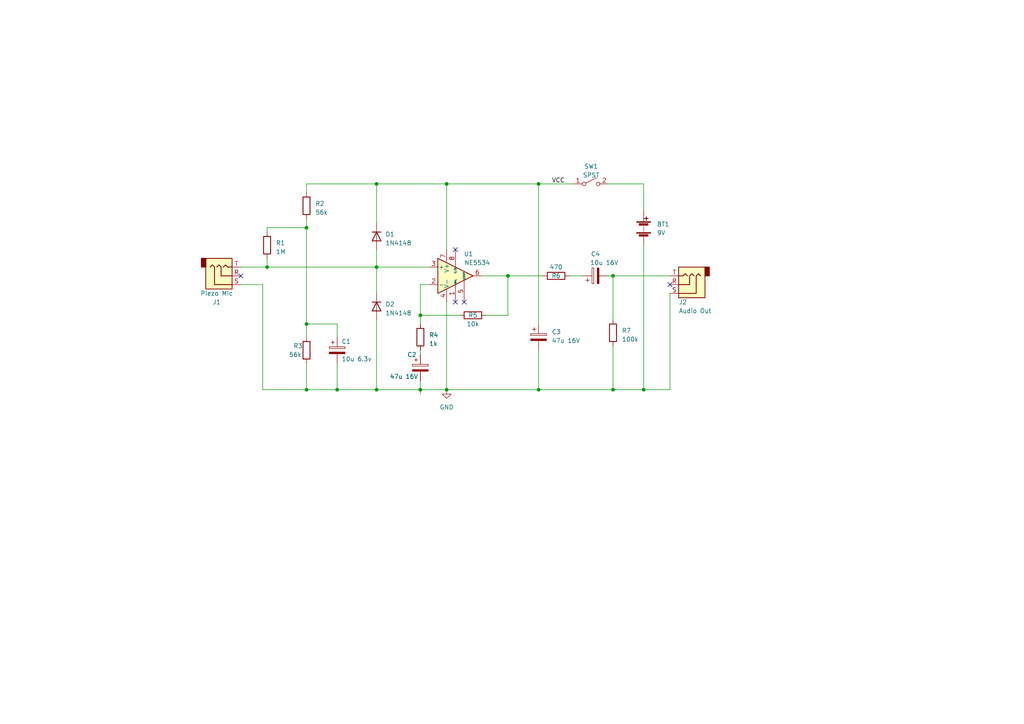
<source format=kicad_sch>
(kicad_sch (version 20230121) (generator eeschema)
  (paper "A4")
  (lib_symbols
    (symbol "Amplifier_Operational:NE5534" (pin_names (offset 0.127))
      (property "Reference" "U" (at 1.27 6.35 0))
      (property "Value" "NE5534" (at 1.27 3.81 0))
      (symbol "NE5534_0_1"
        (polyline (pts (xy -5.08 5.08) (xy 5.08 0) (xy -5.08 -5.08) (xy -5.08 5.08)) (stroke (width 0.254)) (fill (type background)))
      )
      (symbol "NE5534_1_1"
        (pin input line (at 0 -7.62 90) (length 5.08) (name "BAL") (number "1"))
        (pin input line (at -7.62 -2.54 0) (length 2.54) (name "-") (number "2"))
        (pin input line (at -7.62 2.54 0) (length 2.54) (name "+") (number "3"))
        (pin power_in line (at -2.54 -7.62 90) (length 3.81) (name "V-") (number "4"))
        (pin input line (at 2.54 -7.62 90) (length 6.35) (name "COMP") (number "5"))
        (pin output line (at 7.62 0 180) (length 2.54) (name "~") (number "6"))
        (pin power_in line (at -2.54 7.62 270) (length 3.81) (name "V+") (number "7"))
        (pin input line (at 0 7.62 270) (length 5.08) (name "C/B") (number "8"))
      )
    )
    (symbol "Connector_Audio:AudioJack3"
      (property "Reference" "J" (at 0 8.89 0))
      (property "Value" "AudioJack3" (at 0 6.35 0))
      (symbol "AudioJack3_0_1"
        (rectangle (start -5.08 -5.08) (end -6.35 -2.54) (stroke (width 0.254)) (fill (type outline)))
        (polyline (pts (xy 0 -2.54) (xy 0.635 -3.175) (xy 1.27 -2.54) (xy 2.54 -2.54)) (stroke (width 0.254)))
        (polyline (pts (xy -1.905 -2.54) (xy -1.27 -3.175) (xy -0.635 -2.54) (xy -0.635 0) (xy 2.54 0)) (stroke (width 0.254)))
        (polyline (pts (xy 2.54 2.54) (xy -2.54 2.54) (xy -2.54 -2.54) (xy -3.175 -3.175) (xy -3.81 -2.54)) (stroke (width 0.254)))
        (rectangle (start 2.54 3.81) (end -5.08 -5.08) (stroke (width 0.254)) (fill (type background)))
      )
      (symbol "AudioJack3_1_1"
        (pin passive line (at 5.08 0 180) (length 2.54) (name "~") (number "R"))
        (pin passive line (at 5.08 2.54 180) (length 2.54) (name "~") (number "S"))
        (pin passive line (at 5.08 -2.54 180) (length 2.54) (name "~") (number "T"))
      )
    )
    (symbol "Device:Battery" (pin_numbers hide) (pin_names (offset 0) hide)
      (property "Reference" "BT" (at 2.54 2.54 0))
      (property "Value" "Battery" (at 2.54 0 0))
      (symbol "Battery_0_1"
        (rectangle (start -2.032 -1.397) (end 2.032 -1.651) (fill (type outline)))
        (rectangle (start -2.032 1.778) (end 2.032 1.524) (fill (type outline)))
        (rectangle (start -1.3208 -1.9812) (end 1.27 -2.4892) (fill (type outline)))
        (rectangle (start -1.3208 1.1938) (end 1.27 0.6858) (fill (type outline)))
        (polyline (pts (xy 0 -1.524) (xy 0 -1.27)))
        (polyline (pts (xy 0 -1.016) (xy 0 -0.762)))
        (polyline (pts (xy 0 -0.508) (xy 0 -0.254)))
        (polyline (pts (xy 0 0) (xy 0 0.254)))
        (polyline (pts (xy 0 0.508) (xy 0 0.762)))
        (polyline (pts (xy 0 1.778) (xy 0 2.54)))
        (polyline (pts (xy 0.254 2.667) (xy 1.27 2.667)) (stroke (width 0.254)))
        (polyline (pts (xy 0.762 3.175) (xy 0.762 2.159)) (stroke (width 0.254)))
      )
      (symbol "Battery_1_1"
        (pin passive line (at 0 5.08 270) (length 2.54) (name "+") (number "1"))
        (pin passive line (at 0 -5.08 90) (length 2.54) (name "-") (number "2"))
      )
    )
    (symbol "Device:C_Polarized" (pin_numbers hide) (pin_names (offset 0.254))
      (property "Reference" "C" (at 0.635 2.54 0))
      (property "Value" "C_Polarized" (at 0.635 -2.54 0))
      (symbol "C_Polarized_0_1"
        (rectangle (start -2.286 0.508) (end 2.286 1.016))
        (polyline (pts (xy -1.778 2.286) (xy -0.762 2.286)))
        (polyline (pts (xy -1.27 2.794) (xy -1.27 1.778)))
        (rectangle (start 2.286 -0.508) (end -2.286 -1.016) (fill (type outline)))
      )
      (symbol "C_Polarized_1_1"
        (pin passive line (at 0 3.81 270) (length 2.794) (name "~") (number "1"))
        (pin passive line (at 0 -3.81 90) (length 2.794) (name "~") (number "2"))
      )
    )
    (symbol "Device:D" (pin_numbers hide) (pin_names (offset 1.016) hide)
      (property "Reference" "D" (at 0 2.54 0))
      (property "Value" "D" (at 0 -2.54 0))
      (symbol "D_0_1"
        (polyline (pts (xy -1.27 1.27) (xy -1.27 -1.27)) (stroke (width 0.254)))
        (polyline (pts (xy 1.27 0) (xy -1.27 0)))
        (polyline (pts (xy 1.27 1.27) (xy 1.27 -1.27) (xy -1.27 0) (xy 1.27 1.27)) (stroke (width 0.254)))
      )
      (symbol "D_1_1"
        (pin passive line (at -3.81 0 0) (length 2.54) (name "K") (number "1"))
        (pin passive line (at 3.81 0 180) (length 2.54) (name "A") (number "2"))
      )
    )
    (symbol "Device:R" (pin_numbers hide) (pin_names (offset 0))
      (property "Reference" "R" (at 2.032 0 90))
      (property "Value" "R" (at 0 0 90))
      (symbol "R_0_1"
        (rectangle (start -1.016 -2.54) (end 1.016 2.54) (stroke (width 0.254)))
      )
      (symbol "R_1_1"
        (pin passive line (at 0 3.81 270) (length 1.27) (name "~") (number "1"))
        (pin passive line (at 0 -3.81 90) (length 1.27) (name "~") (number "2"))
      )
    )
    (symbol "Switch:SW_SPST" (pin_names (offset 0) hide)
      (property "Reference" "SW" (at 0 3.175 0))
      (property "Value" "SW_SPST" (at 0 -2.54 0))
      (symbol "SW_SPST_0_0"
        (circle (center -2.032 0) (radius 0.508))
        (polyline (pts (xy -1.524 0.254) (xy 1.524 1.778)))
        (circle (center 2.032 0) (radius 0.508))
      )
      (symbol "SW_SPST_1_1"
        (pin passive line (at -5.08 0 0) (length 2.54) (name "A") (number "1"))
        (pin passive line (at 5.08 0 180) (length 2.54) (name "B") (number "2"))
      )
    )
    (symbol "power:GND" (power) (pin_names (offset 0))
      (property "Value" "GND" (at 0 -3.81 0))
      (symbol "GND_0_1"
        (polyline (pts (xy 0 0) (xy 0 -1.27) (xy 1.27 -1.27) (xy 0 -2.54) (xy -1.27 -1.27) (xy 0 -1.27)))
      )
      (symbol "GND_1_1"
        (pin power_in line (at 0 0 270) (length 0) hide (name "GND") (number "1"))
      )
    )
  )
  (junction (at 156.21 53.34))
  (junction (at 109.22 53.34))
  (junction (at 186.69 113.03))
  (junction (at 88.9 66.04))
  (junction (at 177.8 113.03))
  (junction (at 88.9 93.98))
  (junction (at 121.92 91.44))
  (junction (at 129.54 53.34))
  (junction (at 156.21 113.03))
  (junction (at 77.47 77.47))
  (junction (at 129.54 113.03))
  (junction (at 147.32 80.01))
  (junction (at 109.22 113.03))
  (junction (at 121.92 113.03))
  (junction (at 109.22 77.47))
  (junction (at 177.8 80.01))
  (junction (at 97.79 113.03))
  (junction (at 88.9 113.03))
  (no_connect (at 132.08 87.63))
  (no_connect (at 69.85 80.01))
  (no_connect (at 134.62 87.63))
  (no_connect (at 194.31 82.55))
  (no_connect (at 132.08 72.39))
  (wire (pts (xy 139.7 80.01) (xy 147.32 80.01)))
  (wire (pts (xy 109.22 77.47) (xy 109.22 85.09)))
  (wire (pts (xy 129.54 53.34) (xy 129.54 72.39)))
  (wire (pts (xy 97.79 105.41) (xy 97.79 113.03)))
  (wire (pts (xy 177.8 80.01) (xy 177.8 92.71)))
  (wire (pts (xy 140.97 91.44) (xy 147.32 91.44)))
  (wire (pts (xy 77.47 77.47) (xy 109.22 77.47)))
  (wire (pts (xy 88.9 63.5) (xy 88.9 66.04)))
  (wire (pts (xy 77.47 66.04) (xy 77.47 67.31)))
  (wire (pts (xy 109.22 77.47) (xy 124.46 77.47)))
  (wire (pts (xy 76.2 82.55) (xy 69.85 82.55)))
  (wire (pts (xy 88.9 66.04) (xy 88.9 93.98)))
  (wire (pts (xy 88.9 113.03) (xy 97.79 113.03)))
  (wire (pts (xy 76.2 113.03) (xy 88.9 113.03)))
  (wire (pts (xy 121.92 82.55) (xy 124.46 82.55)))
  (wire (pts (xy 121.92 91.44) (xy 121.92 93.98)))
  (wire (pts (xy 109.22 92.71) (xy 109.22 113.03)))
  (wire (pts (xy 109.22 113.03) (xy 97.79 113.03)))
  (wire (pts (xy 121.92 101.6) (xy 121.92 102.87)))
  (wire (pts (xy 186.69 60.96) (xy 186.69 53.34)))
  (wire (pts (xy 176.53 80.01) (xy 177.8 80.01)))
  (wire (pts (xy 186.69 113.03) (xy 194.31 113.03)))
  (wire (pts (xy 76.2 82.55) (xy 76.2 113.03)))
  (wire (pts (xy 121.92 114.3) (xy 121.92 113.03)))
  (wire (pts (xy 156.21 53.34) (xy 156.21 93.98)))
  (wire (pts (xy 109.22 53.34) (xy 109.22 64.77)))
  (wire (pts (xy 121.92 110.49) (xy 121.92 113.03)))
  (wire (pts (xy 109.22 72.39) (xy 109.22 77.47)))
  (wire (pts (xy 88.9 105.41) (xy 88.9 113.03)))
  (wire (pts (xy 88.9 53.34) (xy 88.9 55.88)))
  (wire (pts (xy 147.32 80.01) (xy 157.48 80.01)))
  (wire (pts (xy 109.22 53.34) (xy 129.54 53.34)))
  (wire (pts (xy 88.9 93.98) (xy 88.9 97.79)))
  (wire (pts (xy 97.79 97.79) (xy 97.79 93.98)))
  (wire (pts (xy 88.9 93.98) (xy 97.79 93.98)))
  (wire (pts (xy 129.54 53.34) (xy 156.21 53.34)))
  (wire (pts (xy 77.47 66.04) (xy 88.9 66.04)))
  (wire (pts (xy 77.47 74.93) (xy 77.47 77.47)))
  (wire (pts (xy 147.32 80.01) (xy 147.32 91.44)))
  (wire (pts (xy 121.92 82.55) (xy 121.92 91.44)))
  (wire (pts (xy 165.1 80.01) (xy 168.91 80.01)))
  (wire (pts (xy 156.21 113.03) (xy 177.8 113.03)))
  (wire (pts (xy 69.85 77.47) (xy 77.47 77.47)))
  (wire (pts (xy 194.31 85.09) (xy 194.31 113.03)))
  (wire (pts (xy 186.69 53.34) (xy 176.53 53.34)))
  (wire (pts (xy 177.8 100.33) (xy 177.8 113.03)))
  (wire (pts (xy 121.92 91.44) (xy 133.35 91.44)))
  (wire (pts (xy 121.92 113.03) (xy 109.22 113.03)))
  (wire (pts (xy 177.8 113.03) (xy 186.69 113.03)))
  (wire (pts (xy 177.8 80.01) (xy 194.31 80.01)))
  (wire (pts (xy 121.92 113.03) (xy 129.54 113.03)))
  (wire (pts (xy 88.9 53.34) (xy 109.22 53.34)))
  (wire (pts (xy 156.21 53.34) (xy 166.37 53.34)))
  (wire (pts (xy 156.21 101.6) (xy 156.21 113.03)))
  (wire (pts (xy 186.69 71.12) (xy 186.69 113.03)))
  (wire (pts (xy 129.54 113.03) (xy 156.21 113.03)))
  (wire (pts (xy 129.54 87.63) (xy 129.54 113.03)))
  (label "VCC" (at 160.02 53.34 0))
  (symbol (lib_id "Device:R") (at 88.9 59.69 0) (unit 1)
    (property "Reference" "R2" (at 91.44 59.055 0) (effects (justify left)))
    (property "Value" "56k" (at 91.44 61.595 0) (effects (justify left)))
    (property "Footprint" "Resistor_THT:R_Axial_DIN0204_L3.6mm_D1.6mm_P7.62mm_Horizontal" (effects hide))
  )
  (symbol (lib_id "Device:R") (at 161.29 80.01 90) (unit 1)
    (property "Reference" "R6" (at 161.29 80.01 90))
    (property "Value" "470" (at 161.29 77.47 90))
    (property "Footprint" "Resistor_THT:R_Axial_DIN0204_L3.6mm_D1.6mm_P7.62mm_Horizontal" (effects hide))
  )
  (symbol (lib_id "Amplifier_Operational:NE5534") (at 132.08 80.01 0) (unit 1)
    (property "Reference" "U1" (at 135.89 73.66 0))
    (property "Value" "NE5534" (at 138.43 76.2 0))
    (property "Footprint" "Package_DIP:DIP-8_W7.62mm_Socket" (effects hide))
    (property "Datasheet" "http://www.ti.com/lit/ds/symlink/ne5534.pdf" (effects hide))
  )
  (symbol (lib_id "Device:C_Polarized") (at 172.72 80.01 90) (unit 1)
    (property "Reference" "C4" (at 172.72 73.66 90))
    (property "Value" "10u 16V" (at 175.26 76.2 90))
    (property "Footprint" "Capacitor_THT:CP_Radial_D5.0mm_P2.00mm" (effects hide))
  )
  (symbol (lib_id "Device:R") (at 121.92 97.79 0) (unit 1)
    (property "Reference" "R4" (at 124.46 97.155 0) (effects (justify left)))
    (property "Value" "1k" (at 124.46 99.695 0) (effects (justify left)))
    (property "Footprint" "Resistor_THT:R_Axial_DIN0204_L3.6mm_D1.6mm_P7.62mm_Horizontal" (effects hide))
  )
  (symbol (lib_id "Connector_Audio:AudioJack3") (at 64.77 80.01 0) (mirror x) (unit 1)
    (property "Reference" "J1" (at 62.865 87.63 0))
    (property "Value" "Piezo Mic" (at 62.865 85.09 0))
    (property "Footprint" "Connector_Audio:Jack_3.5mm_CUI_SJ1-3525N_Horizontal" (effects hide))
    (property "Datasheet" "https://www.electrokit.com/upload/product/41004/41004618/Audio-3.5mm.pdf" (effects hide))
  )
  (symbol (lib_id "Device:R") (at 77.47 71.12 0) (unit 1)
    (property "Reference" "R1" (at 80.01 70.485 0) (effects (justify left)))
    (property "Value" "1M" (at 80.01 73.025 0) (effects (justify left)))
    (property "Footprint" "Resistor_THT:R_Axial_DIN0204_L3.6mm_D1.6mm_P7.62mm_Horizontal" (effects hide))
  )
  (symbol (lib_id "Device:C_Polarized") (at 121.92 106.68 0) (unit 1)
    (property "Reference" "C2" (at 118.11 102.87 0) (effects (justify left)))
    (property "Value" "47u 16V" (at 113.03 109.22 0) (effects (justify left)))
    (property "Footprint" "Capacitor_THT:CP_Radial_D5.0mm_P2.00mm" (effects hide))
  )
  (symbol (lib_id "Device:D") (at 109.22 68.58 270) (unit 1)
    (property "Reference" "D1" (at 111.76 67.945 90) (effects (justify left)))
    (property "Value" "1N4148" (at 111.76 70.485 90) (effects (justify left)))
    (property "Footprint" "Diode_THT:D_DO-35_SOD27_P7.62mm_Horizontal" (effects hide))
    (property "Sim.Device" "D" (effects hide))
    (property "Sim.Pins" "1=K 2=A" (effects hide))
  )
  (symbol (lib_id "Device:C_Polarized") (at 97.79 101.6 0) (unit 1)
    (property "Reference" "C1" (at 99.06 99.06 0) (effects (justify left)))
    (property "Value" "10u 6.3v" (at 99.06 104.14 0) (effects (justify left)))
    (property "Footprint" "Capacitor_THT:CP_Radial_D5.0mm_P2.00mm" (effects hide))
  )
  (symbol (lib_id "Device:R") (at 88.9 101.6 0) (unit 1)
    (property "Reference" "R3" (at 85.09 100.33 0) (effects (justify left)))
    (property "Value" "56k" (at 83.82 102.87 0) (effects (justify left)))
    (property "Footprint" "Resistor_THT:R_Axial_DIN0204_L3.6mm_D1.6mm_P7.62mm_Horizontal" (effects hide))
  )
  (symbol (lib_id "power:GND") (at 129.54 113.03 0) (unit 1)
    (property "Reference" "#PWR01" (effects hide))
    (property "Value" "GND" (at 129.54 118.11 0))
  )
  (symbol (lib_id "Device:Battery") (at 186.69 66.04 0) (unit 1)
    (property "Reference" "BT1" (at 190.5 65.024 0) (effects (justify left)))
    (property "Value" "9V" (at 190.5 67.564 0) (effects (justify left)))
    (property "Footprint" "Connector_PinHeader_2.54mm:PinHeader_1x02_P2.54mm_Vertical" (effects hide))
  )
  (symbol (lib_id "Device:D") (at 109.22 88.9 270) (unit 1)
    (property "Reference" "D2" (at 111.76 88.265 90) (effects (justify left)))
    (property "Value" "1N4148" (at 111.76 90.805 90) (effects (justify left)))
    (property "Footprint" "Diode_THT:D_DO-35_SOD27_P7.62mm_Horizontal" (effects hide))
    (property "Sim.Device" "D" (effects hide))
    (property "Sim.Pins" "1=K 2=A" (effects hide))
  )
  (symbol (lib_id "Connector_Audio:AudioJack3") (at 199.39 82.55 180) (unit 1)
    (property "Reference" "J2" (at 196.85 87.63 0) (effects (justify right)))
    (property "Value" "Audio Out" (at 196.85 90.17 0) (effects (justify right)))
    (property "Footprint" "Connector_Audio:Jack_3.5mm_CUI_SJ1-3525N_Horizontal" (effects hide))
    (property "Datasheet" "https://www.electrokit.com/upload/product/41004/41004618/Audio-3.5mm.pdf" (effects hide))
  )
  (symbol (lib_id "Switch:SW_SPST") (at 171.45 53.34 0) (unit 1)
    (property "Reference" "SW1" (at 171.45 48.26 0))
    (property "Value" "SPST" (at 171.45 50.8 0))
    (property "Footprint" "Connector_PinHeader_2.54mm:PinHeader_1x02_P2.54mm_Vertical" (effects hide))
  )
  (symbol (lib_id "Device:C_Polarized") (at 156.21 97.79 0) (unit 1)
    (property "Reference" "C3" (at 160.02 96.266 0) (effects (justify left)))
    (property "Value" "47u 16V" (at 160.02 98.806 0) (effects (justify left)))
    (property "Footprint" "Capacitor_THT:CP_Radial_D5.0mm_P2.00mm" (effects hide))
  )
  (symbol (lib_id "Device:R") (at 137.16 91.44 90) (unit 1)
    (property "Reference" "R5" (at 137.16 91.44 90))
    (property "Value" "10k" (at 137.16 93.98 90))
    (property "Footprint" "Resistor_THT:R_Axial_DIN0204_L3.6mm_D1.6mm_P7.62mm_Horizontal" (effects hide))
  )
  (symbol (lib_id "Device:R") (at 177.8 96.52 0) (unit 1)
    (property "Reference" "R7" (at 180.34 95.885 0) (effects (justify left)))
    (property "Value" "100k" (at 180.34 98.425 0) (effects (justify left)))
    (property "Footprint" "Resistor_THT:R_Axial_DIN0204_L3.6mm_D1.6mm_P7.62mm_Horizontal" (effects hide))
  )
)
</source>
